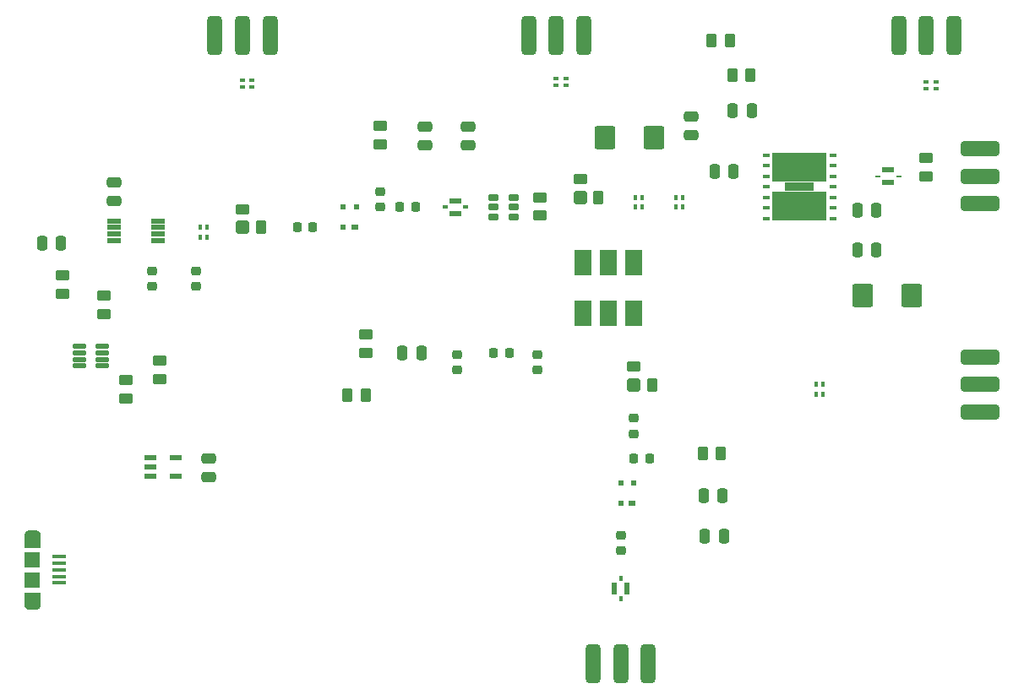
<source format=gtp>
%TF.GenerationSoftware,KiCad,Pcbnew,8.0.5*%
%TF.CreationDate,2025-06-09T19:50:20-04:00*%
%TF.ProjectId,fmcw_pcb,666d6377-5f70-4636-922e-6b696361645f,rev?*%
%TF.SameCoordinates,Original*%
%TF.FileFunction,Paste,Top*%
%TF.FilePolarity,Positive*%
%FSLAX46Y46*%
G04 Gerber Fmt 4.6, Leading zero omitted, Abs format (unit mm)*
G04 Created by KiCad (PCBNEW 8.0.5) date 2025-06-09 19:50:20*
%MOMM*%
%LPD*%
G01*
G04 APERTURE LIST*
G04 Aperture macros list*
%AMRoundRect*
0 Rectangle with rounded corners*
0 $1 Rounding radius*
0 $2 $3 $4 $5 $6 $7 $8 $9 X,Y pos of 4 corners*
0 Add a 4 corners polygon primitive as box body*
4,1,4,$2,$3,$4,$5,$6,$7,$8,$9,$2,$3,0*
0 Add four circle primitives for the rounded corners*
1,1,$1+$1,$2,$3*
1,1,$1+$1,$4,$5*
1,1,$1+$1,$6,$7*
1,1,$1+$1,$8,$9*
0 Add four rect primitives between the rounded corners*
20,1,$1+$1,$2,$3,$4,$5,0*
20,1,$1+$1,$4,$5,$6,$7,0*
20,1,$1+$1,$6,$7,$8,$9,0*
20,1,$1+$1,$8,$9,$2,$3,0*%
G04 Aperture macros list end*
%ADD10C,0.010000*%
%ADD11RoundRect,0.250000X0.787500X0.925000X-0.787500X0.925000X-0.787500X-0.925000X0.787500X-0.925000X0*%
%ADD12R,1.651000X2.540000*%
%ADD13RoundRect,0.225000X0.250000X-0.225000X0.250000X0.225000X-0.250000X0.225000X-0.250000X-0.225000X0*%
%ADD14RoundRect,0.250000X0.475000X-0.250000X0.475000X0.250000X-0.475000X0.250000X-0.475000X-0.250000X0*%
%ADD15RoundRect,0.218750X0.218750X0.256250X-0.218750X0.256250X-0.218750X-0.256250X0.218750X-0.256250X0*%
%ADD16RoundRect,0.375000X0.375000X1.575000X-0.375000X1.575000X-0.375000X-1.575000X0.375000X-1.575000X0*%
%ADD17RoundRect,0.250000X-0.262500X-0.450000X0.262500X-0.450000X0.262500X0.450000X-0.262500X0.450000X0*%
%ADD18RoundRect,0.250000X0.250000X0.475000X-0.250000X0.475000X-0.250000X-0.475000X0.250000X-0.475000X0*%
%ADD19RoundRect,0.250000X0.450000X-0.262500X0.450000X0.262500X-0.450000X0.262500X-0.450000X-0.262500X0*%
%ADD20R,0.475000X0.375000*%
%ADD21RoundRect,0.225000X-0.225000X-0.250000X0.225000X-0.250000X0.225000X0.250000X-0.225000X0.250000X0*%
%ADD22R,0.558800X0.355600*%
%ADD23R,1.244600X0.558800*%
%ADD24RoundRect,0.250000X-0.450000X0.262500X-0.450000X-0.262500X0.450000X-0.262500X0.450000X0.262500X0*%
%ADD25R,0.375000X0.475000*%
%ADD26RoundRect,0.375000X-0.375000X-1.575000X0.375000X-1.575000X0.375000X1.575000X-0.375000X1.575000X0*%
%ADD27RoundRect,0.218750X-0.256250X0.218750X-0.256250X-0.218750X0.256250X-0.218750X0.256250X0.218750X0*%
%ADD28RoundRect,0.375000X-1.575000X0.375000X-1.575000X-0.375000X1.575000X-0.375000X1.575000X0.375000X0*%
%ADD29RoundRect,0.341463X-0.358537X-0.358537X0.358537X-0.358537X0.358537X0.358537X-0.358537X0.358537X0*%
%ADD30RoundRect,0.060000X0.625000X0.180000X-0.625000X0.180000X-0.625000X-0.180000X0.625000X-0.180000X0*%
%ADD31RoundRect,0.152500X-0.382500X-0.152500X0.382500X-0.152500X0.382500X0.152500X-0.382500X0.152500X0*%
%ADD32RoundRect,0.250000X-0.475000X0.250000X-0.475000X-0.250000X0.475000X-0.250000X0.475000X0.250000X0*%
%ADD33RoundRect,0.341463X0.358537X-0.358537X0.358537X0.358537X-0.358537X0.358537X-0.358537X-0.358537X0*%
%ADD34RoundRect,0.250000X0.262500X0.450000X-0.262500X0.450000X-0.262500X-0.450000X0.262500X-0.450000X0*%
%ADD35R,0.355600X0.558800*%
%ADD36R,0.558800X1.244600*%
%ADD37RoundRect,0.073750X-0.531250X-0.221250X0.531250X-0.221250X0.531250X0.221250X-0.531250X0.221250X0*%
%ADD38RoundRect,0.250000X-0.250000X-0.475000X0.250000X-0.475000X0.250000X0.475000X-0.250000X0.475000X0*%
%ADD39R,0.553999X0.254800*%
%ADD40R,1.245400X0.553999*%
%ADD41R,0.500000X0.580000*%
%ADD42R,0.800000X0.580000*%
%ADD43RoundRect,0.218750X-0.218750X-0.256250X0.218750X-0.256250X0.218750X0.256250X-0.218750X0.256250X0*%
%ADD44R,0.675000X0.400000*%
%ADD45R,5.450000X2.955000*%
%ADD46R,2.900000X0.890000*%
%ADD47R,1.350000X0.400000*%
%ADD48R,1.550000X1.500000*%
%ADD49RoundRect,0.058750X-0.651250X-0.176250X0.651250X-0.176250X0.651250X0.176250X-0.651250X0.176250X0*%
G04 APERTURE END LIST*
D10*
%TO.C,J1*%
X51101000Y-122127800D02*
X51127000Y-122129800D01*
X51153000Y-122132800D01*
X51179000Y-122137800D01*
X51204000Y-122143800D01*
X51230000Y-122150800D01*
X51254000Y-122159800D01*
X51278000Y-122169800D01*
X51302000Y-122180800D01*
X51325000Y-122193800D01*
X51347000Y-122207800D01*
X51369000Y-122221800D01*
X51390000Y-122237800D01*
X51410000Y-122254800D01*
X51429000Y-122272800D01*
X51447000Y-122291800D01*
X51464000Y-122311800D01*
X51480000Y-122332800D01*
X51494000Y-122354800D01*
X51508000Y-122376800D01*
X51521000Y-122399800D01*
X51532000Y-122423800D01*
X51542000Y-122447800D01*
X51551000Y-122471800D01*
X51558000Y-122497800D01*
X51564000Y-122522800D01*
X51569000Y-122548800D01*
X51572000Y-122574800D01*
X51574000Y-122600800D01*
X51575000Y-122626800D01*
X51575000Y-123771800D01*
X50025000Y-123771800D01*
X50025000Y-122626800D01*
X50026000Y-122600800D01*
X50028000Y-122574800D01*
X50031000Y-122548800D01*
X50036000Y-122522800D01*
X50042000Y-122497800D01*
X50049000Y-122471800D01*
X50058000Y-122447800D01*
X50068000Y-122423800D01*
X50079000Y-122399800D01*
X50092000Y-122376800D01*
X50106000Y-122354800D01*
X50120000Y-122332800D01*
X50136000Y-122311800D01*
X50153000Y-122291800D01*
X50171000Y-122272800D01*
X50190000Y-122254800D01*
X50210000Y-122237800D01*
X50231000Y-122221800D01*
X50253000Y-122207800D01*
X50275000Y-122193800D01*
X50298000Y-122180800D01*
X50322000Y-122169800D01*
X50346000Y-122159800D01*
X50370000Y-122150800D01*
X50396000Y-122143800D01*
X50421000Y-122137800D01*
X50447000Y-122132800D01*
X50473000Y-122129800D01*
X50499000Y-122127800D01*
X50525000Y-122126800D01*
X51075000Y-122126800D01*
X51101000Y-122127800D01*
G36*
X51101000Y-122127800D02*
G01*
X51127000Y-122129800D01*
X51153000Y-122132800D01*
X51179000Y-122137800D01*
X51204000Y-122143800D01*
X51230000Y-122150800D01*
X51254000Y-122159800D01*
X51278000Y-122169800D01*
X51302000Y-122180800D01*
X51325000Y-122193800D01*
X51347000Y-122207800D01*
X51369000Y-122221800D01*
X51390000Y-122237800D01*
X51410000Y-122254800D01*
X51429000Y-122272800D01*
X51447000Y-122291800D01*
X51464000Y-122311800D01*
X51480000Y-122332800D01*
X51494000Y-122354800D01*
X51508000Y-122376800D01*
X51521000Y-122399800D01*
X51532000Y-122423800D01*
X51542000Y-122447800D01*
X51551000Y-122471800D01*
X51558000Y-122497800D01*
X51564000Y-122522800D01*
X51569000Y-122548800D01*
X51572000Y-122574800D01*
X51574000Y-122600800D01*
X51575000Y-122626800D01*
X51575000Y-123771800D01*
X50025000Y-123771800D01*
X50025000Y-122626800D01*
X50026000Y-122600800D01*
X50028000Y-122574800D01*
X50031000Y-122548800D01*
X50036000Y-122522800D01*
X50042000Y-122497800D01*
X50049000Y-122471800D01*
X50058000Y-122447800D01*
X50068000Y-122423800D01*
X50079000Y-122399800D01*
X50092000Y-122376800D01*
X50106000Y-122354800D01*
X50120000Y-122332800D01*
X50136000Y-122311800D01*
X50153000Y-122291800D01*
X50171000Y-122272800D01*
X50190000Y-122254800D01*
X50210000Y-122237800D01*
X50231000Y-122221800D01*
X50253000Y-122207800D01*
X50275000Y-122193800D01*
X50298000Y-122180800D01*
X50322000Y-122169800D01*
X50346000Y-122159800D01*
X50370000Y-122150800D01*
X50396000Y-122143800D01*
X50421000Y-122137800D01*
X50447000Y-122132800D01*
X50473000Y-122129800D01*
X50499000Y-122127800D01*
X50525000Y-122126800D01*
X51075000Y-122126800D01*
X51101000Y-122127800D01*
G37*
X51575000Y-129516800D02*
X51574000Y-129542800D01*
X51572000Y-129568800D01*
X51569000Y-129594800D01*
X51564000Y-129620800D01*
X51558000Y-129645800D01*
X51551000Y-129671800D01*
X51542000Y-129695800D01*
X51532000Y-129719800D01*
X51521000Y-129743800D01*
X51508000Y-129766800D01*
X51494000Y-129788800D01*
X51480000Y-129810800D01*
X51464000Y-129831800D01*
X51447000Y-129851800D01*
X51429000Y-129870800D01*
X51410000Y-129888800D01*
X51390000Y-129905800D01*
X51369000Y-129921800D01*
X51347000Y-129935800D01*
X51325000Y-129949800D01*
X51302000Y-129962800D01*
X51278000Y-129973800D01*
X51254000Y-129983800D01*
X51230000Y-129992800D01*
X51204000Y-129999800D01*
X51179000Y-130005800D01*
X51153000Y-130010800D01*
X51127000Y-130013800D01*
X51101000Y-130015800D01*
X51075000Y-130016800D01*
X50525000Y-130016800D01*
X50499000Y-130015800D01*
X50473000Y-130013800D01*
X50447000Y-130010800D01*
X50421000Y-130005800D01*
X50396000Y-129999800D01*
X50370000Y-129992800D01*
X50346000Y-129983800D01*
X50322000Y-129973800D01*
X50298000Y-129962800D01*
X50275000Y-129949800D01*
X50253000Y-129935800D01*
X50231000Y-129921800D01*
X50210000Y-129905800D01*
X50190000Y-129888800D01*
X50171000Y-129870800D01*
X50153000Y-129851800D01*
X50136000Y-129831800D01*
X50120000Y-129810800D01*
X50106000Y-129788800D01*
X50092000Y-129766800D01*
X50079000Y-129743800D01*
X50068000Y-129719800D01*
X50058000Y-129695800D01*
X50049000Y-129671800D01*
X50042000Y-129645800D01*
X50036000Y-129620800D01*
X50031000Y-129594800D01*
X50028000Y-129568800D01*
X50026000Y-129542800D01*
X50025000Y-129516800D01*
X50025000Y-128371800D01*
X51575000Y-128371800D01*
X51575000Y-129516800D01*
G36*
X51575000Y-129516800D02*
G01*
X51574000Y-129542800D01*
X51572000Y-129568800D01*
X51569000Y-129594800D01*
X51564000Y-129620800D01*
X51558000Y-129645800D01*
X51551000Y-129671800D01*
X51542000Y-129695800D01*
X51532000Y-129719800D01*
X51521000Y-129743800D01*
X51508000Y-129766800D01*
X51494000Y-129788800D01*
X51480000Y-129810800D01*
X51464000Y-129831800D01*
X51447000Y-129851800D01*
X51429000Y-129870800D01*
X51410000Y-129888800D01*
X51390000Y-129905800D01*
X51369000Y-129921800D01*
X51347000Y-129935800D01*
X51325000Y-129949800D01*
X51302000Y-129962800D01*
X51278000Y-129973800D01*
X51254000Y-129983800D01*
X51230000Y-129992800D01*
X51204000Y-129999800D01*
X51179000Y-130005800D01*
X51153000Y-130010800D01*
X51127000Y-130013800D01*
X51101000Y-130015800D01*
X51075000Y-130016800D01*
X50525000Y-130016800D01*
X50499000Y-130015800D01*
X50473000Y-130013800D01*
X50447000Y-130010800D01*
X50421000Y-130005800D01*
X50396000Y-129999800D01*
X50370000Y-129992800D01*
X50346000Y-129983800D01*
X50322000Y-129973800D01*
X50298000Y-129962800D01*
X50275000Y-129949800D01*
X50253000Y-129935800D01*
X50231000Y-129921800D01*
X50210000Y-129905800D01*
X50190000Y-129888800D01*
X50171000Y-129870800D01*
X50153000Y-129851800D01*
X50136000Y-129831800D01*
X50120000Y-129810800D01*
X50106000Y-129788800D01*
X50092000Y-129766800D01*
X50079000Y-129743800D01*
X50068000Y-129719800D01*
X50058000Y-129695800D01*
X50049000Y-129671800D01*
X50042000Y-129645800D01*
X50036000Y-129620800D01*
X50031000Y-129594800D01*
X50028000Y-129568800D01*
X50026000Y-129542800D01*
X50025000Y-129516800D01*
X50025000Y-128371800D01*
X51575000Y-128371800D01*
X51575000Y-129516800D01*
G37*
%TD*%
D11*
%TO.C,C26*%
X138925000Y-98600000D03*
X134000000Y-98600000D03*
%TD*%
D12*
%TO.C,MIX1*%
X106000000Y-100349000D03*
X108540000Y-100349000D03*
X111080000Y-100349000D03*
X111080000Y-95269000D03*
X108540000Y-95269000D03*
X106000000Y-95269000D03*
%TD*%
D13*
%TO.C,C7*%
X62800000Y-97625000D03*
X62800000Y-96075000D03*
%TD*%
D14*
%TO.C,C8*%
X58971800Y-89100000D03*
X58971800Y-87200000D03*
%TD*%
D15*
%TO.C,L2*%
X112655000Y-114900000D03*
X111080000Y-114900000D03*
%TD*%
D16*
%TO.C,J4*%
X109780000Y-135500000D03*
X112555000Y-135500000D03*
X107005000Y-135500000D03*
%TD*%
D17*
%TO.C,R9*%
X118875000Y-73000000D03*
X120700000Y-73000000D03*
%TD*%
D14*
%TO.C,C1*%
X68471800Y-116800000D03*
X68471800Y-114900000D03*
%TD*%
D18*
%TO.C,C24*%
X135400000Y-94000000D03*
X133500000Y-94000000D03*
%TD*%
D19*
%TO.C,R3*%
X58000000Y-100400000D03*
X58000000Y-98575000D03*
%TD*%
D20*
%TO.C,AT1*%
X72845800Y-77651000D03*
X72845800Y-76975000D03*
X71871800Y-76975000D03*
X71871800Y-77651000D03*
%TD*%
D18*
%TO.C,C13*%
X120100000Y-122700000D03*
X118200000Y-122700000D03*
%TD*%
D21*
%TO.C,C3*%
X87646800Y-89710000D03*
X89196800Y-89710000D03*
%TD*%
D22*
%TO.C,BPF1*%
X92200000Y-89710000D03*
D23*
X93228700Y-89062300D03*
D22*
X94257400Y-89710000D03*
D23*
X93228700Y-90357700D03*
%TD*%
D24*
%TO.C,R15*%
X85700000Y-81575000D03*
X85700000Y-83400000D03*
%TD*%
D25*
%TO.C,AT4*%
X115324000Y-89694000D03*
X116000000Y-89694000D03*
X116000000Y-88720000D03*
X115324000Y-88720000D03*
%TD*%
D24*
%TO.C,R19*%
X63571800Y-105100000D03*
X63571800Y-106925000D03*
%TD*%
D26*
%TO.C,J6*%
X71871800Y-72500000D03*
X69096800Y-72500000D03*
X74646800Y-72500000D03*
%TD*%
D27*
%TO.C,L1*%
X85671800Y-88135000D03*
X85671800Y-89710000D03*
%TD*%
D28*
%TO.C,J8*%
X145800000Y-107500000D03*
X145800000Y-104725000D03*
X145800000Y-110275000D03*
%TD*%
D29*
%TO.C,R5*%
X71871800Y-91730000D03*
D17*
X73696800Y-91730000D03*
D19*
X71871800Y-89905000D03*
%TD*%
%TO.C,R1*%
X140400000Y-86600000D03*
X140400000Y-84775000D03*
%TD*%
D29*
%TO.C,R6*%
X105700000Y-88720000D03*
D17*
X107525000Y-88720000D03*
D19*
X105700000Y-86895000D03*
%TD*%
D30*
%TO.C,OA1*%
X57800000Y-105625000D03*
X57800000Y-104975000D03*
X57800000Y-104325000D03*
X57800000Y-103675000D03*
X55500000Y-103675000D03*
X55500000Y-104325000D03*
X55500000Y-104975000D03*
X55500000Y-105625000D03*
%TD*%
D19*
%TO.C,R8*%
X60200000Y-108900000D03*
X60200000Y-107075000D03*
%TD*%
D24*
%TO.C,R4*%
X53800000Y-96575000D03*
X53800000Y-98400000D03*
%TD*%
D18*
%TO.C,C9*%
X53700000Y-93300000D03*
X51800000Y-93300000D03*
%TD*%
D31*
%TO.C,SPLT1*%
X97000000Y-88720000D03*
X97000000Y-89710000D03*
X97000000Y-90700000D03*
X99050000Y-90700000D03*
X99050000Y-89710000D03*
X99050000Y-88720000D03*
%TD*%
D11*
%TO.C,C25*%
X113100000Y-82700000D03*
X108175000Y-82700000D03*
%TD*%
D13*
%TO.C,C10*%
X109780000Y-124125000D03*
X109780000Y-122575000D03*
%TD*%
D32*
%TO.C,C5*%
X90200000Y-81600000D03*
X90200000Y-83500000D03*
%TD*%
D33*
%TO.C,R16*%
X111075000Y-107527500D03*
D19*
X111075000Y-105702500D03*
D17*
X112900000Y-107527500D03*
%TD*%
D18*
%TO.C,C27*%
X122900000Y-80000000D03*
X121000000Y-80000000D03*
%TD*%
D34*
%TO.C,R10*%
X122800000Y-76500000D03*
X120975000Y-76500000D03*
%TD*%
D35*
%TO.C,BPF2*%
X109780000Y-129000000D03*
D36*
X109132300Y-127971300D03*
D35*
X109780000Y-126942600D03*
D36*
X110427700Y-127971300D03*
%TD*%
D37*
%TO.C,LDO1*%
X62666800Y-114795000D03*
X62666800Y-115745000D03*
X62666800Y-116695000D03*
X65176800Y-116695000D03*
X65176800Y-114795000D03*
%TD*%
D38*
%TO.C,C36*%
X87900000Y-104325000D03*
X89800000Y-104325000D03*
%TD*%
D39*
%TO.C,FL1*%
X135573700Y-86600000D03*
D40*
X136600000Y-87245300D03*
D39*
X137626300Y-86600000D03*
D40*
X136600000Y-85954700D03*
%TD*%
D41*
%TO.C,GB1*%
X81971800Y-91730000D03*
D42*
X83121800Y-91730000D03*
D41*
X83271800Y-89710000D03*
X81971800Y-89710000D03*
%TD*%
D43*
%TO.C,L8*%
X97050000Y-104325000D03*
X98625000Y-104325000D03*
%TD*%
D20*
%TO.C,AT5*%
X104300000Y-77476000D03*
X104300000Y-76800000D03*
X103326000Y-76800000D03*
X103326000Y-77476000D03*
%TD*%
D17*
%TO.C,R12*%
X82375000Y-108600000D03*
X84200000Y-108600000D03*
%TD*%
D26*
%TO.C,J7*%
X103326000Y-72500000D03*
X100551000Y-72500000D03*
X106101000Y-72500000D03*
%TD*%
D19*
%TO.C,R14*%
X84200000Y-104325000D03*
X84200000Y-102500000D03*
%TD*%
D18*
%TO.C,C23*%
X135400000Y-90000000D03*
X133500000Y-90000000D03*
%TD*%
D26*
%TO.C,J5*%
X140400000Y-72500000D03*
X137625000Y-72500000D03*
X143175000Y-72500000D03*
%TD*%
D20*
%TO.C,AT6*%
X141374000Y-77800000D03*
X141374000Y-77124000D03*
X140400000Y-77124000D03*
X140400000Y-77800000D03*
%TD*%
D13*
%TO.C,C34*%
X101400000Y-106050000D03*
X101400000Y-104500000D03*
%TD*%
D34*
%TO.C,R11*%
X119825000Y-114400000D03*
X118000000Y-114400000D03*
%TD*%
D25*
%TO.C,AT3*%
X111268000Y-89694000D03*
X111944000Y-89694000D03*
X111944000Y-88720000D03*
X111268000Y-88720000D03*
%TD*%
D28*
%TO.C,J2*%
X145800000Y-86600000D03*
X145800000Y-83825000D03*
X145800000Y-89375000D03*
%TD*%
D21*
%TO.C,C2*%
X77346800Y-91730000D03*
X78896800Y-91730000D03*
%TD*%
D13*
%TO.C,C35*%
X93400000Y-106050000D03*
X93400000Y-104500000D03*
%TD*%
D41*
%TO.C,GB2*%
X109780000Y-119400000D03*
D42*
X110930000Y-119400000D03*
D41*
X111080000Y-117380000D03*
X109780000Y-117380000D03*
%TD*%
D44*
%TO.C,PA1*%
X124360000Y-84480000D03*
X124360000Y-85540000D03*
X124360000Y-86600000D03*
X124360000Y-87660000D03*
X124360000Y-88720000D03*
X124360000Y-89780000D03*
X124360000Y-90840000D03*
X131034000Y-90840000D03*
X131034000Y-89780000D03*
X131034000Y-88720000D03*
X131034000Y-87660000D03*
X131034000Y-86600000D03*
X131034000Y-85540000D03*
X131034000Y-84480000D03*
D45*
X127697000Y-89582000D03*
X127697000Y-85737000D03*
D46*
X127697000Y-87660000D03*
%TD*%
D13*
%TO.C,C11*%
X111080000Y-112425000D03*
X111080000Y-110875000D03*
%TD*%
D32*
%TO.C,C4*%
X94500000Y-81600000D03*
X94500000Y-83500000D03*
%TD*%
D18*
%TO.C,C12*%
X120000000Y-118600000D03*
X118100000Y-118600000D03*
%TD*%
D47*
%TO.C,J1*%
X53475000Y-124771800D03*
X53475000Y-125421800D03*
X53475000Y-126071800D03*
X53475000Y-126721800D03*
X53475000Y-127371800D03*
D48*
X50800000Y-127071800D03*
X50800000Y-125071800D03*
%TD*%
D24*
%TO.C,R2*%
X101700000Y-88720000D03*
X101700000Y-90545000D03*
%TD*%
D49*
%TO.C,VCO1*%
X59041800Y-91080000D03*
X59041800Y-91730000D03*
X59041800Y-92380000D03*
X59041800Y-93030000D03*
X63371800Y-93030000D03*
X63371800Y-92380000D03*
X63371800Y-91730000D03*
X63371800Y-91080000D03*
%TD*%
D25*
%TO.C,AT2*%
X67671800Y-92704000D03*
X68347800Y-92704000D03*
X68347800Y-91730000D03*
X67671800Y-91730000D03*
%TD*%
D13*
%TO.C,C6*%
X67200000Y-97625000D03*
X67200000Y-96075000D03*
%TD*%
D25*
%TO.C,AT7*%
X129400000Y-108474000D03*
X130076000Y-108474000D03*
X130076000Y-107500000D03*
X129400000Y-107500000D03*
%TD*%
D18*
%TO.C,C21*%
X121100000Y-86100000D03*
X119200000Y-86100000D03*
%TD*%
D14*
%TO.C,C22*%
X116800000Y-82500000D03*
X116800000Y-80600000D03*
%TD*%
M02*

</source>
